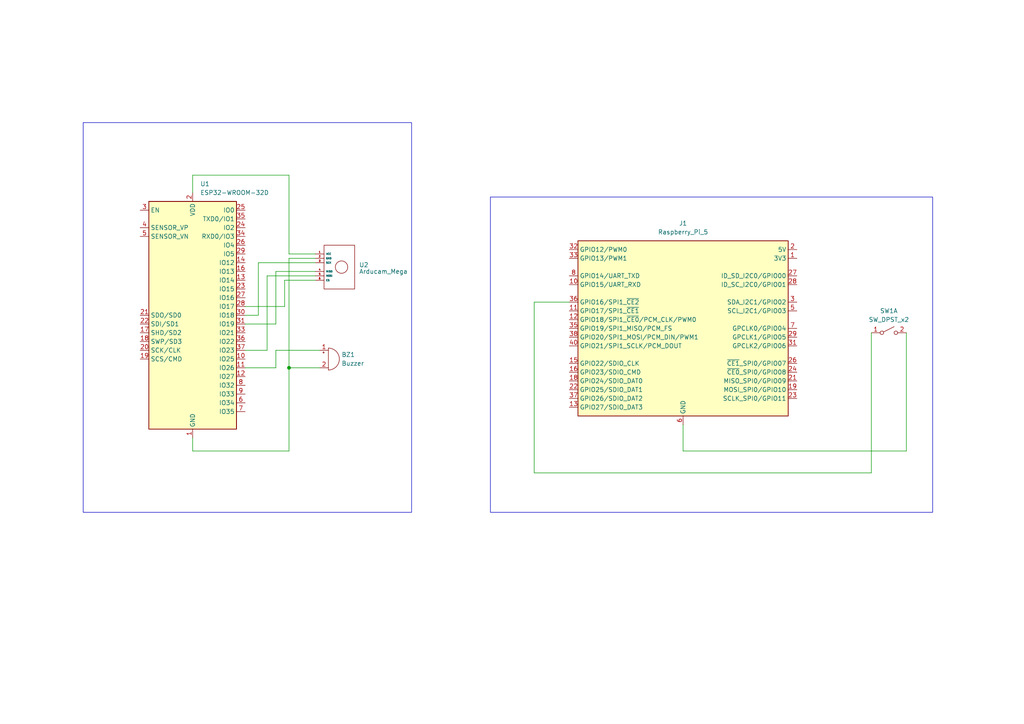
<source format=kicad_sch>
(kicad_sch (version 20231120) (generator "eeschema") (generator_version "8.0")
  (paper "A4")
  (title_block (title "ARTASA_Schematic") (date "2025-04-03") (rev "1") (company "Jerrin C. Redmon"))
  (lib_symbols
    (symbol "Connector:Raspberry_Pi_4"
      (property "Reference" "J" (at -17.526 48.768 0))
      (property "Value" "Raspberry_Pi_4" (at 15.748 -26.416 0))
      (symbol "Raspberry_Pi_4_0_1"
        (rectangle (start -30.48 25.4) (end 30.48 -25.4) (stroke (width 0.254)) (fill (type background)))
      )
      (symbol "Raspberry_Pi_4_1_1"
        (pin power_out line (at 33.02 20.32 180) (length 2.54) (name "3V3") (number "1"))
        (pin bidirectional line (at -33.02 12.7 0) (length 2.54) (name "GPIO15/UART_RXD") (number "10"))
        (pin bidirectional line (at -33.02 5.08 0) (length 2.54) (name "GPIO17/SPI1_~{CE1}") (number "11"))
        (pin bidirectional line (at -33.02 2.54 0) (length 2.54) (name "GPIO18/SPI1_~{CE0}/PCM_CLK/PWM0") (number "12"))
        (pin bidirectional line (at -33.02 -22.86 0) (length 2.54) (name "GPIO27/SDIO_DAT3") (number "13"))
        (pin passive line (at 0 -27.94 90) (length 2.54) hide (name "GND") (number "14"))
        (pin bidirectional line (at -33.02 -10.16 0) (length 2.54) (name "GPIO22/SDIO_CLK") (number "15"))
        (pin bidirectional line (at -33.02 -12.7 0) (length 2.54) (name "GPIO23/SDIO_CMD") (number "16"))
        (pin passive line (at 33.02 20.32 180) (length 2.54) hide (name "3V3") (number "17"))
        (pin bidirectional line (at -33.02 -15.24 0) (length 2.54) (name "GPIO24/SDIO_DAT0") (number "18"))
        (pin bidirectional line (at 33.02 -17.78 180) (length 2.54) (name "MOSI_SPI0/GPIO10") (number "19"))
        (pin power_out line (at 33.02 22.86 180) (length 2.54) (name "5V") (number "2"))
        (pin passive line (at 0 -27.94 90) (length 2.54) hide (name "GND") (number "20"))
        (pin bidirectional line (at 33.02 -15.24 180) (length 2.54) (name "MISO_SPI0/GPIO09") (number "21"))
        (pin bidirectional line (at -33.02 -17.78 0) (length 2.54) (name "GPIO25/SDIO_DAT1") (number "22"))
        (pin bidirectional line (at 33.02 -20.32 180) (length 2.54) (name "SCLK_SPI0/GPIO11") (number "23"))
        (pin bidirectional line (at 33.02 -12.7 180) (length 2.54) (name "~{CE0}_SPI0/GPIO08") (number "24"))
        (pin passive line (at 0 -27.94 90) (length 2.54) hide (name "GND") (number "25"))
        (pin bidirectional line (at 33.02 -10.16 180) (length 2.54) (name "~{CE1}_SPI0/GPIO07") (number "26"))
        (pin bidirectional line (at 33.02 15.24 180) (length 2.54) (name "ID_SD_I2C0/GPIO00") (number "27"))
        (pin bidirectional line (at 33.02 12.7 180) (length 2.54) (name "ID_SC_I2C0/GPIO01") (number "28"))
        (pin bidirectional line (at 33.02 -2.54 180) (length 2.54) (name "GPCLK1/GPIO05") (number "29"))
        (pin bidirectional line (at 33.02 7.62 180) (length 2.54) (name "SDA_I2C1/GPIO02") (number "3"))
        (pin passive line (at 0 -27.94 90) (length 2.54) hide (name "GND") (number "30"))
        (pin bidirectional line (at 33.02 -5.08 180) (length 2.54) (name "GPCLK2/GPIO06") (number "31"))
        (pin bidirectional line (at -33.02 22.86 0) (length 2.54) (name "GPIO12/PWM0") (number "32"))
        (pin bidirectional line (at -33.02 20.32 0) (length 2.54) (name "GPIO13/PWM1") (number "33"))
        (pin passive line (at 0 -27.94 90) (length 2.54) hide (name "GND") (number "34"))
        (pin bidirectional line (at -33.02 0 0) (length 2.54) (name "GPIO19/SPI1_MISO/PCM_FS") (number "35"))
        (pin bidirectional line (at -33.02 7.62 0) (length 2.54) (name "GPIO16/SPI1_~{CE2}") (number "36"))
        (pin bidirectional line (at -33.02 -20.32 0) (length 2.54) (name "GPIO26/SDIO_DAT2") (number "37"))
        (pin bidirectional line (at -33.02 -2.54 0) (length 2.54) (name "GPIO20/SPI1_MOSI/PCM_DIN/PWM1") (number "38"))
        (pin passive line (at 0 -27.94 90) (length 2.54) hide (name "GND") (number "39"))
        (pin passive line (at 33.02 22.86 180) (length 2.54) hide (name "5V") (number "4"))
        (pin bidirectional line (at -33.02 -5.08 0) (length 2.54) (name "GPIO21/SPI1_SCLK/PCM_DOUT") (number "40"))
        (pin bidirectional line (at 33.02 5.08 180) (length 2.54) (name "SCL_I2C1/GPIO03") (number "5"))
        (pin power_out line (at 0 -27.94 90) (length 2.54) (name "GND") (number "6"))
        (pin bidirectional line (at 33.02 0 180) (length 2.54) (name "GPCLK0/GPIO04") (number "7"))
        (pin bidirectional line (at -33.02 15.24 0) (length 2.54) (name "GPIO14/UART_TXD") (number "8"))
        (pin passive line (at 0 -27.94 90) (length 2.54) hide (name "GND") (number "9"))
      )
    )
    (symbol "Device:Buzzer" (pin_names (offset 0.0254) hide)
      (property "Reference" "BZ" (at 3.81 1.27 0))
      (property "Value" "Buzzer" (at 3.81 -1.27 0))
      (symbol "Buzzer_0_1"
        (arc (start 0 -3.175) (mid 3.1612 0) (end 0 3.175))
        (polyline (pts (xy -1.651 1.905) (xy -1.143 1.905)))
        (polyline (pts (xy -1.397 2.159) (xy -1.397 1.651)))
        (polyline (pts (xy 0 3.175) (xy 0 -3.175)))
      )
      (symbol "Buzzer_1_1"
        (pin passive line (at -2.54 2.54 0) (length 2.54) (name "+") (number "1"))
        (pin passive line (at -2.54 -2.54 0) (length 2.54) (name "-") (number "2"))
      )
    )
    (symbol "RF_Module:ESP32-WROOM-32D"
      (property "Reference" "U" (at -12.7 34.29 0))
      (property "Value" "ESP32-WROOM-32D" (at 1.27 34.29 0))
      (symbol "ESP32-WROOM-32D_0_1"
        (rectangle (start -12.7 33.02) (end 12.7 -33.02) (stroke (width 0.254)) (fill (type background)))
      )
      (symbol "ESP32-WROOM-32D_1_1"
        (pin power_in line (at 0 -35.56 90) (length 2.54) (name "GND") (number "1"))
        (pin bidirectional line (at 15.24 -12.7 180) (length 2.54) (name "IO25") (number "10"))
        (pin bidirectional line (at 15.24 -15.24 180) (length 2.54) (name "IO26") (number "11"))
        (pin bidirectional line (at 15.24 -17.78 180) (length 2.54) (name "IO27") (number "12"))
        (pin bidirectional line (at 15.24 10.16 180) (length 2.54) (name "IO14") (number "13"))
        (pin bidirectional line (at 15.24 15.24 180) (length 2.54) (name "IO12") (number "14"))
        (pin passive line (at 0 -35.56 90) (length 2.54) hide (name "GND") (number "15"))
        (pin bidirectional line (at 15.24 12.7 180) (length 2.54) (name "IO13") (number "16"))
        (pin bidirectional line (at -15.24 -5.08 0) (length 2.54) (name "SHD/SD2") (number "17"))
        (pin bidirectional line (at -15.24 -7.62 0) (length 2.54) (name "SWP/SD3") (number "18"))
        (pin bidirectional line (at -15.24 -12.7 0) (length 2.54) (name "SCS/CMD") (number "19"))
        (pin power_in line (at 0 35.56 270) (length 2.54) (name "VDD") (number "2"))
        (pin bidirectional line (at -15.24 -10.16 0) (length 2.54) (name "SCK/CLK") (number "20"))
        (pin bidirectional line (at -15.24 0 0) (length 2.54) (name "SDO/SD0") (number "21"))
        (pin bidirectional line (at -15.24 -2.54 0) (length 2.54) (name "SDI/SD1") (number "22"))
        (pin bidirectional line (at 15.24 7.62 180) (length 2.54) (name "IO15") (number "23"))
        (pin bidirectional line (at 15.24 25.4 180) (length 2.54) (name "IO2") (number "24"))
        (pin bidirectional line (at 15.24 30.48 180) (length 2.54) (name "IO0") (number "25"))
        (pin bidirectional line (at 15.24 20.32 180) (length 2.54) (name "IO4") (number "26"))
        (pin bidirectional line (at 15.24 5.08 180) (length 2.54) (name "IO16") (number "27"))
        (pin bidirectional line (at 15.24 2.54 180) (length 2.54) (name "IO17") (number "28"))
        (pin bidirectional line (at 15.24 17.78 180) (length 2.54) (name "IO5") (number "29"))
        (pin input line (at -15.24 30.48 0) (length 2.54) (name "EN") (number "3"))
        (pin bidirectional line (at 15.24 0 180) (length 2.54) (name "IO18") (number "30"))
        (pin bidirectional line (at 15.24 -2.54 180) (length 2.54) (name "IO19") (number "31"))
        (pin no_connect line (at -12.7 -27.94 0) (length 2.54) hide (name "NC") (number "32"))
        (pin bidirectional line (at 15.24 -5.08 180) (length 2.54) (name "IO21") (number "33"))
        (pin bidirectional line (at 15.24 22.86 180) (length 2.54) (name "RXD0/IO3") (number "34"))
        (pin bidirectional line (at 15.24 27.94 180) (length 2.54) (name "TXD0/IO1") (number "35"))
        (pin bidirectional line (at 15.24 -7.62 180) (length 2.54) (name "IO22") (number "36"))
        (pin bidirectional line (at 15.24 -10.16 180) (length 2.54) (name "IO23") (number "37"))
        (pin passive line (at 0 -35.56 90) (length 2.54) hide (name "GND") (number "38"))
        (pin passive line (at 0 -35.56 90) (length 2.54) hide (name "GND") (number "39"))
        (pin input line (at -15.24 25.4 0) (length 2.54) (name "SENSOR_VP") (number "4"))
        (pin input line (at -15.24 22.86 0) (length 2.54) (name "SENSOR_VN") (number "5"))
        (pin input line (at 15.24 -25.4 180) (length 2.54) (name "IO34") (number "6"))
        (pin input line (at 15.24 -27.94 180) (length 2.54) (name "IO35") (number "7"))
        (pin bidirectional line (at 15.24 -20.32 180) (length 2.54) (name "IO32") (number "8"))
        (pin bidirectional line (at 15.24 -22.86 180) (length 2.54) (name "IO33") (number "9"))
      )
    )
    (symbol "Switch:SW_DPST_x2" (pin_names (offset 0) hide)
      (property "Reference" "SW" (at 0 3.175 0))
      (property "Value" "SW_DPST_x2" (at 0 -2.54 0))
      (symbol "SW_DPST_x2_0_0"
        (circle (center -2.032 0) (radius 0.508))
        (polyline (pts (xy -1.524 0.254) (xy 1.524 1.778)))
        (circle (center 2.032 0) (radius 0.508))
      )
      (symbol "SW_DPST_x2_1_1"
        (pin passive line (at -5.08 0 0) (length 2.54) (name "A") (number "1"))
        (pin passive line (at 5.08 0 180) (length 2.54) (name "B") (number "2"))
      )
      (symbol "SW_DPST_x2_2_1"
        (pin passive line (at -5.08 0 0) (length 2.54) (name "A") (number "3"))
        (pin passive line (at 5.08 0 180) (length 2.54) (name "B") (number "4"))
      )
    )
    (symbol "arducam_mega_5MP:Arducam_Mega_5MP"
      (property "Reference" "U" (at -1.27 -1.524 0))
      (symbol "Arducam_Mega_5MP_0_1"
        (rectangle (start -7.62 -2.54) (end 5.08 -11.43))
        (circle (center -1.27 -6.35) (radius 1.7961))
      )
      (symbol "Arducam_Mega_5MP_1_1"
        (pin input line (at -5.08 -13.97 90) (length 2.54) (name "VCC") (number "1"))
        (pin input line (at -3.81 -13.97 90) (length 2.54) (name "GND") (number "2"))
        (pin input line (at -2.54 -13.97 90) (length 2.54) (name "SCK") (number "3"))
        (pin input line (at 0 -13.97 90) (length 2.54) (name "MISO") (number "4"))
        (pin input line (at 1.27 -13.97 90) (length 2.54) (name "MOSI") (number "5"))
        (pin input line (at 2.54 -13.97 90) (length 2.54) (name "CS") (number "6"))
      )
    )
  )
  (junction (at 83.82 106.68))
  (wire (pts (xy 154.94 87.63) (xy 154.94 137.16)))
  (wire (pts (xy 83.82 130.81) (xy 83.82 106.68)))
  (wire (pts (xy 55.88 55.88) (xy 55.88 50.8)))
  (wire (pts (xy 80.01 93.98) (xy 80.01 78.74)))
  (wire (pts (xy 252.73 137.16) (xy 252.73 96.52)))
  (wire (pts (xy 55.88 50.8) (xy 83.82 50.8)))
  (wire (pts (xy 82.55 81.28) (xy 91.44 81.28)))
  (wire (pts (xy 74.93 91.44) (xy 74.93 76.2)))
  (wire (pts (xy 80.01 78.74) (xy 91.44 78.74)))
  (wire (pts (xy 71.12 91.44) (xy 74.93 91.44)))
  (wire (pts (xy 77.47 101.6) (xy 77.47 80.01)))
  (wire (pts (xy 55.88 130.81) (xy 83.82 130.81)))
  (wire (pts (xy 80.01 101.6) (xy 92.71 101.6)))
  (wire (pts (xy 83.82 73.66) (xy 91.44 73.66)))
  (wire (pts (xy 83.82 106.68) (xy 92.71 106.68)))
  (wire (pts (xy 165.1 87.63) (xy 154.94 87.63)))
  (wire (pts (xy 71.12 93.98) (xy 80.01 93.98)))
  (wire (pts (xy 198.12 123.19) (xy 198.12 130.81)))
  (wire (pts (xy 198.12 130.81) (xy 262.89 130.81)))
  (wire (pts (xy 262.89 130.81) (xy 262.89 96.52)))
  (wire (pts (xy 83.82 74.93) (xy 91.44 74.93)))
  (wire (pts (xy 77.47 80.01) (xy 91.44 80.01)))
  (wire (pts (xy 83.82 106.68) (xy 83.82 74.93)))
  (wire (pts (xy 74.93 76.2) (xy 91.44 76.2)))
  (wire (pts (xy 71.12 101.6) (xy 77.47 101.6)))
  (wire (pts (xy 80.01 106.68) (xy 80.01 101.6)))
  (wire (pts (xy 154.94 137.16) (xy 252.73 137.16)))
  (wire (pts (xy 55.88 130.81) (xy 55.88 127)))
  (wire (pts (xy 82.55 88.9) (xy 82.55 81.28)))
  (wire (pts (xy 71.12 88.9) (xy 82.55 88.9)))
  (wire (pts (xy 83.82 50.8) (xy 83.82 73.66)))
  (wire (pts (xy 71.12 106.68) (xy 80.01 106.68)))
  (rectangle (start 142.24 57.15) (end 270.51 148.59))
  (rectangle (start 24.13 35.56) (end 119.38 148.59))
  (symbol (lib_id "arducam_mega_5MP:Arducam_Mega_5MP") (at 105.41 78.74 270) (unit 1)
    (property "Reference" "U2" (at 104.14 76.8349 90) (effects (justify left)))
    (property "Value" "Arducam_Mega" (at 104.14 78.74 90) (effects (justify left)))
  )
  (symbol (lib_id "Device:Buzzer") (at 95.25 104.14 0) (unit 1)
    (property "Reference" "BZ1" (at 99.06 102.8699 0) (effects (justify left)))
    (property "Value" "Buzzer" (at 99.06 105.4099 0) (effects (justify left)))
    (property "Description" "Buzzer, polarized" (effects (hide yes)))
  )
  (symbol (lib_id "RF_Module:ESP32-WROOM-32D") (at 55.88 91.44 0) (unit 1)
    (property "Reference" "U1" (at 58.0741 53.34 0) (effects (justify left)))
    (property "Value" "ESP32-WROOM-32D" (at 58.0741 55.88 0) (effects (justify left)))
    (property "Footprint" "RF_Module:ESP32-WROOM-32D" (effects (hide yes)))
    (property "Datasheet" "https://www.espressif.com/sites/default/files/documentation/esp32-wroom-32d_esp32-wroom-32u_datasheet_en.pdf" (effects (hide yes)))
    (property "Description" "RF Module, ESP32-D0WD SoC, Wi-Fi 802.11b/g/n, Bluetooth, BLE, 32-bit, 2.7-3.6V, onboard antenna, SMD" (effects (hide yes)))
  )
  (symbol (lib_id "Switch:SW_DPST_x2") (at 257.81 96.52 0) (unit 1)
    (property "Reference" "SW1" (at 257.81 90.17 0))
    (property "Value" "SW_DPST_x2" (at 257.81 92.71 0))
    (property "Description" "Single Pole Single Throw (SPST) switch, separate symbol" (effects (hide yes)))
  )
  (symbol (lib_id "Connector:Raspberry_Pi_4") (at 198.12 95.25 0) (unit 1)
    (property "Reference" "J1" (at 198.12 64.77 0))
    (property "Value" "Raspberry_Pi_5" (at 198.12 67.31 0))
    (property "Datasheet" "https://datasheets.raspberrypi.com/rpi4/raspberry-pi-4-datasheet.pdf" (effects (hide yes)))
    (property "Description" "Raspberry Pi 4 Model B" (effects (hide yes)))
  )
)
</source>
